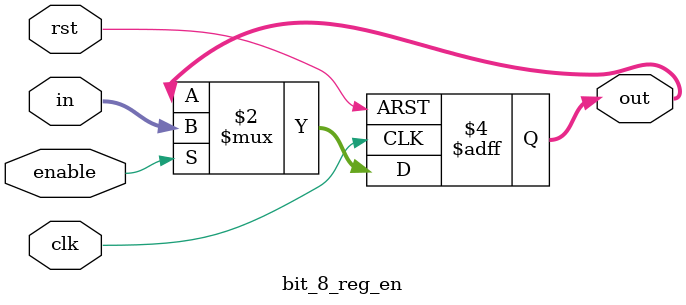
<source format=v>
    module bit_8_reg_en (in , clk , rst , enable , out);
input [7:0]in;
input clk;
input rst;
input enable;
output reg [7:0]out;
always@(posedge rst or posedge clk)
begin
    if(rst)
        out <= 8'b 0000_0000;
    else if(enable)
        out <= in;
end
endmodule
    

</source>
